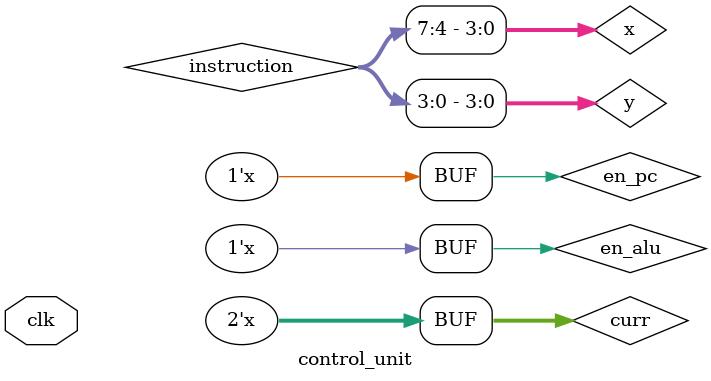
<source format=v>
`timescale 1ns / 1ps


module control_unit(
    clk
    );
    
    input clk;

    reg rst = 0;
    
    wire [4:0] pc;
    reg en_pc;
    reg en_uni = 1;
    program_counter count(rst,clk,en_pc,en_uni, pc);
    
    wire [7:0]instruction;
    wire [3:0] x, y;
    instructions ins(pc,instruction);
    
    assign x = instruction[7:4];
    assign y = instruction[3:0];
    
//    assign x = instruction[7:4];
//    assign y = instruction[3:0];
    
    
    wire [7:0] op;
    reg [7:0] data;
    reg [15:0]en_bank;
    register_bank bank (y, y, en_bank, data, rst, op);
    
    
    wire [7:0] op_acc;
    reg [7:0] acc_val;
    reg en_acc;
    acc accumu(acc_val, en_acc, rst, op_acc);
    
    reg [7:0] output_alu;
    wire [7:0] final;
    wire cb;
    reg en_alu;
    ALU arith(en_alu, instruction, op_acc, op, final, cb);
    
    
    reg [1:0] curr, next;
    parameter EXE = 1'b0, WRITE = 1'b1;
    


    always @(posedge clk)
    begin
        if(!rst)
        begin
            rst = 1;
            en_pc = 0;
            curr = EXE;
        end    
        
        
        if(curr == WRITE)   
        begin
            
            en_pc=1;
             if(x == 1 || x==2 || x==3 || x==5 || x==6 || (x==0 && (y==1|| y==2 || y==3 || y==4 || y==5 || y==6 || y==7)))
             begin
                en_alu=0;
                en_acc=1;
                acc_val=final;
             end
             else if(x==7)
                en_acc=0; 
             else if(x==9)
             begin
                en_acc=1;
                acc_val=op;
             end
             else if(x==10)
             begin
                en_bank=1<<y;
                data=op_acc;
             end
             if(x==15 && y==15)
                begin
                    en_uni = 0;
                end
             curr = EXE;
        end 
    end    
    
    always @(x,y)
    begin
        case(curr)
            EXE:
            
            begin
            en_pc=0;
            if(x==15 && y==15)
                begin
                
                end
                if(x == 1 || x==2 || x==3 || x==5 || x==6 || x==7 || (x==0 && (y==1|| y==2 || y==3 || y==4 || y==5 || y==6 || y==7)))
                begin
                    en_alu=1;
                    
                end
//                else if(x == 0 && y==1)
//                begin
//                    en_alu=1;
//                end
////                else if(x == 10)
//                begin
                
//                end

                curr=WRITE;
             end
//           
             endcase
             
//             curr = next;
    end


endmodule

</source>
